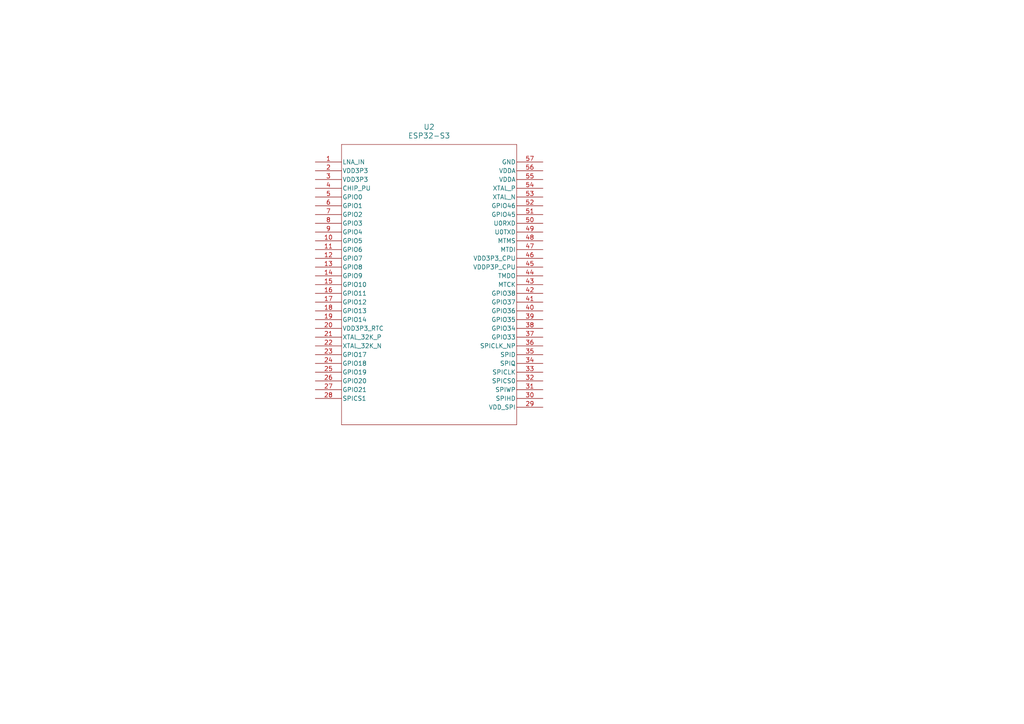
<source format=kicad_sch>
(kicad_sch (version 20230121) (generator eeschema)
  (paper "A4")
  (lib_symbols
    (symbol "esp32-s3:ESP32-S3" (pin_names (offset 0.254))
      (property "Reference" "U" (at 33.02 10.16 0))
      (property "Value" "ESP32-S3" (at 33.02 7.62 0))
      (symbol "ESP32-S3_0_1"
        (polyline (pts (xy 7.62 -76.2) (xy 58.42 -76.2)) (stroke (width 0.127)))
        (polyline (pts (xy 7.62 5.08) (xy 7.62 -76.2)) (stroke (width 0.127)))
        (polyline (pts (xy 58.42 -76.2) (xy 58.42 5.08)) (stroke (width 0.127)))
        (polyline (pts (xy 58.42 5.08) (xy 7.62 5.08)) (stroke (width 0.127)))
        (pin bidirectional line (at 0 0 0) (length 7.62) (name "LNA_IN") (number "1"))
        (pin bidirectional line (at 0 -22.86 0) (length 7.62) (name "GPIO5") (number "10"))
        (pin bidirectional line (at 0 -25.4 0) (length 7.62) (name "GPIO6") (number "11"))
        (pin bidirectional line (at 0 -27.94 0) (length 7.62) (name "GPIO7") (number "12"))
        (pin bidirectional line (at 0 -30.48 0) (length 7.62) (name "GPIO8") (number "13"))
        (pin bidirectional line (at 0 -33.02 0) (length 7.62) (name "GPIO9") (number "14"))
        (pin bidirectional line (at 0 -35.56 0) (length 7.62) (name "GPIO10") (number "15"))
        (pin bidirectional line (at 0 -38.1 0) (length 7.62) (name "GPIO11") (number "16"))
        (pin bidirectional line (at 0 -40.64 0) (length 7.62) (name "GPIO12") (number "17"))
        (pin bidirectional line (at 0 -43.18 0) (length 7.62) (name "GPIO13") (number "18"))
        (pin bidirectional line (at 0 -45.72 0) (length 7.62) (name "GPIO14") (number "19"))
        (pin power_in line (at 0 -2.54 0) (length 7.62) (name "VDD3P3") (number "2"))
        (pin power_in line (at 0 -48.26 0) (length 7.62) (name "VDD3P3_RTC") (number "20"))
        (pin bidirectional line (at 0 -50.8 0) (length 7.62) (name "XTAL_32K_P") (number "21"))
        (pin bidirectional line (at 0 -53.34 0) (length 7.62) (name "XTAL_32K_N") (number "22"))
        (pin bidirectional line (at 0 -55.88 0) (length 7.62) (name "GPIO17") (number "23"))
        (pin bidirectional line (at 0 -58.42 0) (length 7.62) (name "GPIO18") (number "24"))
        (pin bidirectional line (at 0 -60.96 0) (length 7.62) (name "GPIO19") (number "25"))
        (pin bidirectional line (at 0 -63.5 0) (length 7.62) (name "GPIO20") (number "26"))
        (pin bidirectional line (at 0 -66.04 0) (length 7.62) (name "GPIO21") (number "27"))
        (pin bidirectional line (at 0 -68.58 0) (length 7.62) (name "SPICS1") (number "28"))
        (pin power_in line (at 66.04 -71.12 180) (length 7.62) (name "VDD_SPI") (number "29"))
        (pin power_in line (at 0 -5.08 0) (length 7.62) (name "VDD3P3") (number "3"))
        (pin bidirectional line (at 66.04 -68.58 180) (length 7.62) (name "SPIHD") (number "30"))
        (pin bidirectional line (at 66.04 -66.04 180) (length 7.62) (name "SPIWP") (number "31"))
        (pin bidirectional line (at 66.04 -63.5 180) (length 7.62) (name "SPICS0") (number "32"))
        (pin bidirectional line (at 66.04 -60.96 180) (length 7.62) (name "SPICLK") (number "33"))
        (pin bidirectional line (at 66.04 -58.42 180) (length 7.62) (name "SPIQ") (number "34"))
        (pin bidirectional line (at 66.04 -55.88 180) (length 7.62) (name "SPID") (number "35"))
        (pin bidirectional line (at 66.04 -53.34 180) (length 7.62) (name "SPICLK_NP") (number "36"))
        (pin bidirectional line (at 66.04 -50.8 180) (length 7.62) (name "GPIO33") (number "37"))
        (pin bidirectional line (at 66.04 -48.26 180) (length 7.62) (name "GPIO34") (number "38"))
        (pin bidirectional line (at 66.04 -45.72 180) (length 7.62) (name "GPIO35") (number "39"))
        (pin input line (at 0 -7.62 0) (length 7.62) (name "CHIP_PU") (number "4"))
        (pin bidirectional line (at 66.04 -43.18 180) (length 7.62) (name "GPIO36") (number "40"))
        (pin bidirectional line (at 66.04 -40.64 180) (length 7.62) (name "GPIO37") (number "41"))
        (pin bidirectional line (at 66.04 -38.1 180) (length 7.62) (name "GPIO38") (number "42"))
        (pin bidirectional line (at 66.04 -35.56 180) (length 7.62) (name "MTCK") (number "43"))
        (pin bidirectional line (at 66.04 -33.02 180) (length 7.62) (name "TMDO") (number "44"))
        (pin power_in line (at 66.04 -30.48 180) (length 7.62) (name "VDDP3P_CPU") (number "45"))
        (pin power_in line (at 66.04 -27.94 180) (length 7.62) (name "VDD3P3_CPU") (number "46"))
        (pin bidirectional line (at 66.04 -25.4 180) (length 7.62) (name "MTDI") (number "47"))
        (pin bidirectional line (at 66.04 -22.86 180) (length 7.62) (name "MTMS") (number "48"))
        (pin bidirectional line (at 66.04 -20.32 180) (length 7.62) (name "U0TXD") (number "49"))
        (pin bidirectional line (at 0 -10.16 0) (length 7.62) (name "GPIO0") (number "5"))
        (pin bidirectional line (at 66.04 -17.78 180) (length 7.62) (name "U0RXD") (number "50"))
        (pin bidirectional line (at 66.04 -15.24 180) (length 7.62) (name "GPIO45") (number "51"))
        (pin bidirectional line (at 66.04 -12.7 180) (length 7.62) (name "GPIO46") (number "52"))
        (pin output line (at 66.04 -10.16 180) (length 7.62) (name "XTAL_N") (number "53"))
        (pin input line (at 66.04 -7.62 180) (length 7.62) (name "XTAL_P") (number "54"))
        (pin power_in line (at 66.04 -5.08 180) (length 7.62) (name "VDDA") (number "55"))
        (pin power_in line (at 66.04 -2.54 180) (length 7.62) (name "VDDA") (number "56"))
        (pin power_out line (at 66.04 0 180) (length 7.62) (name "GND") (number "57"))
        (pin bidirectional line (at 0 -12.7 0) (length 7.62) (name "GPIO1") (number "6"))
        (pin bidirectional line (at 0 -15.24 0) (length 7.62) (name "GPIO2") (number "7"))
        (pin bidirectional line (at 0 -17.78 0) (length 7.62) (name "GPIO3") (number "8"))
        (pin bidirectional line (at 0 -20.32 0) (length 7.62) (name "GPIO4") (number "9"))
      )
    )
  )
  (symbol (lib_id "esp32-s3:ESP32-S3") (at 91.44 46.99 0) (unit 1)
    (property "Reference" "U2" (at 124.46 36.83 0) (effects (font (size 1.524 1.524))))
    (property "Value" "ESP32-S3" (at 124.46 39.37 0) (effects (font (size 1.524 1.524))))
    (property "Footprint" "QFN56_7X7_EXP" (effects hide))
    (property "Datasheet" "ESP32-S3" (effects hide))
  )
)
</source>
